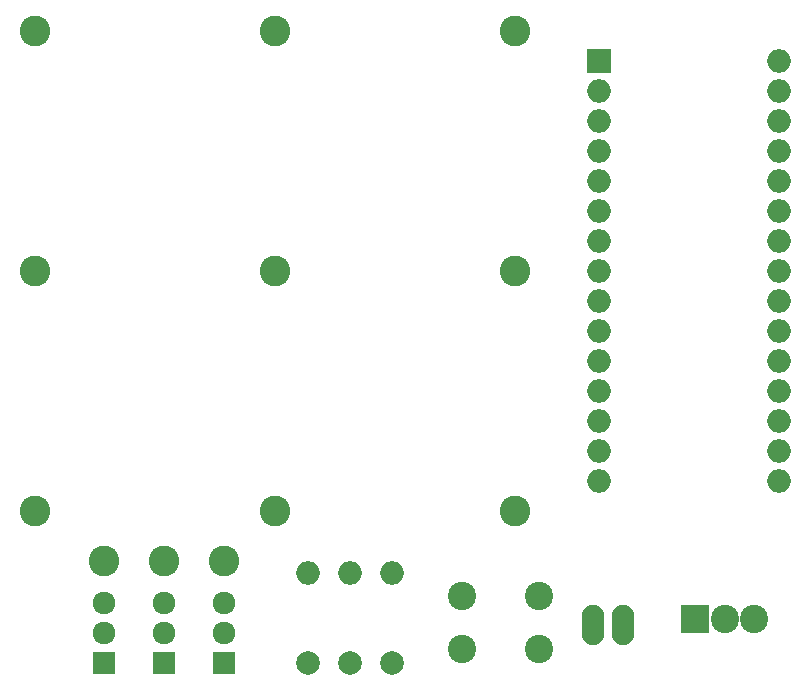
<source format=gbr>
G04 #@! TF.FileFunction,Soldermask,Bot*
%FSLAX46Y46*%
G04 Gerber Fmt 4.6, Leading zero omitted, Abs format (unit mm)*
G04 Created by KiCad (PCBNEW 4.0.7) date 01/30/18 23:23:01*
%MOMM*%
%LPD*%
G01*
G04 APERTURE LIST*
%ADD10C,0.100000*%
%ADD11R,2.000000X2.000000*%
%ADD12O,2.000000X2.000000*%
%ADD13O,1.910000X3.410000*%
%ADD14C,1.920000*%
%ADD15R,1.920000X1.920000*%
%ADD16C,2.000000*%
%ADD17C,2.600000*%
%ADD18R,2.400000X2.400000*%
%ADD19C,2.400000*%
G04 APERTURE END LIST*
D10*
D11*
X70612000Y-27432000D03*
D12*
X85852000Y-60452000D03*
X70612000Y-29972000D03*
X85852000Y-57912000D03*
X70612000Y-32512000D03*
X85852000Y-55372000D03*
X70612000Y-35052000D03*
X85852000Y-52832000D03*
X70612000Y-37592000D03*
X85852000Y-50292000D03*
X70612000Y-40132000D03*
X85852000Y-47752000D03*
X70612000Y-42672000D03*
X85852000Y-45212000D03*
X70612000Y-45212000D03*
X85852000Y-42672000D03*
X70612000Y-47752000D03*
X85852000Y-40132000D03*
X70612000Y-50292000D03*
X85852000Y-37592000D03*
X70612000Y-52832000D03*
X85852000Y-35052000D03*
X70612000Y-55372000D03*
X85852000Y-32512000D03*
X70612000Y-57912000D03*
X85852000Y-29972000D03*
X70612000Y-60452000D03*
X85852000Y-27432000D03*
X70612000Y-62992000D03*
X85852000Y-62992000D03*
D13*
X72644000Y-75184000D03*
X70104000Y-75184000D03*
D14*
X38862000Y-75819000D03*
X38862000Y-73279000D03*
D15*
X38862000Y-78359000D03*
D14*
X33782000Y-75819000D03*
X33782000Y-73279000D03*
D15*
X33782000Y-78359000D03*
D14*
X28702000Y-75819000D03*
X28702000Y-73279000D03*
D15*
X28702000Y-78359000D03*
D16*
X53086000Y-78359000D03*
D12*
X53086000Y-70739000D03*
D16*
X49530000Y-78359000D03*
D12*
X49530000Y-70739000D03*
D16*
X45974000Y-78359000D03*
D12*
X45974000Y-70739000D03*
D17*
X22860000Y-24892000D03*
X43180000Y-24892000D03*
X63500000Y-24892000D03*
X22860000Y-45212000D03*
X43180000Y-45212000D03*
X63500000Y-45212000D03*
X22860000Y-65532000D03*
X43180000Y-65532000D03*
X63500000Y-65532000D03*
X38862000Y-69723000D03*
X33782000Y-69723000D03*
X28702000Y-69723000D03*
D18*
X78740000Y-74676000D03*
D19*
X81280000Y-74676000D03*
X83780000Y-74676000D03*
X65532000Y-72716000D03*
X65532000Y-77216000D03*
X59032000Y-72716000D03*
X59032000Y-77216000D03*
M02*

</source>
